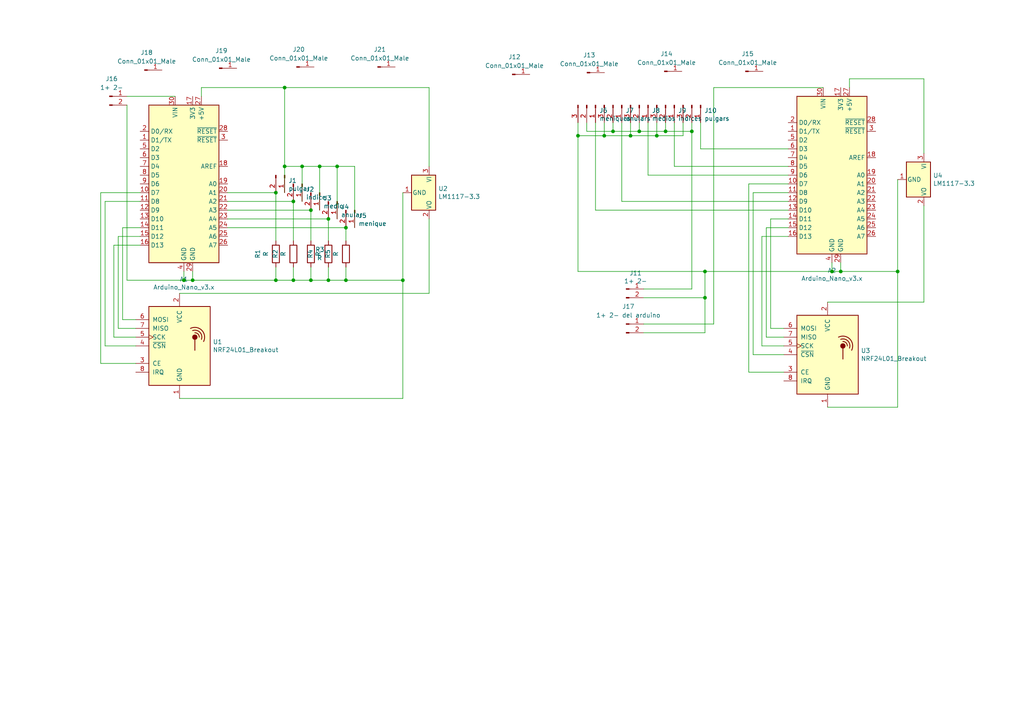
<source format=kicad_sch>
(kicad_sch (version 20211123) (generator eeschema)
  (paper "A4")
  (lib_symbols
    (symbol "Connector:Conn_01x01_Male" (pin_names (offset 1.016) hide)
      (property "Reference" "J" (at 0 2.54 0))
      (property "Value" "Conn_01x01_Male" (at 0 -2.54 0))
      (symbol "Conn_01x01_Male_1_1"
        (polyline (pts (xy 1.27 0) (xy 0.8636 0)) (stroke (width 0.1524)))
        (rectangle (start 0.8636 0.127) (end 0 -0.127) (stroke (width 0.1524)) (fill (type outline)))
        (pin passive line (at 5.08 0 180) (length 3.81) (name "Pin_1") (number "1"))
      )
    )
    (symbol "Connector:Conn_01x02_Male" (pin_names (offset 1.016) hide)
      (property "Reference" "J" (at 0 2.54 0))
      (property "Value" "Conn_01x02_Male" (at 0 -5.08 0))
      (symbol "Conn_01x02_Male_1_1"
        (polyline (pts (xy 1.27 -2.54) (xy 0.8636 -2.54)) (stroke (width 0.1524)))
        (polyline (pts (xy 1.27 0) (xy 0.8636 0)) (stroke (width 0.1524)))
        (rectangle (start 0.8636 -2.413) (end 0 -2.667) (stroke (width 0.1524)) (fill (type outline)))
        (rectangle (start 0.8636 0.127) (end 0 -0.127) (stroke (width 0.1524)) (fill (type outline)))
        (pin passive line (at 5.08 0 180) (length 3.81) (name "Pin_1") (number "1"))
        (pin passive line (at 5.08 -2.54 180) (length 3.81) (name "Pin_2") (number "2"))
      )
    )
    (symbol "Connector:Conn_01x03_Male" (pin_names (offset 1.016) hide)
      (property "Reference" "J" (at 0 5.08 0))
      (property "Value" "Conn_01x03_Male" (at 0 -5.08 0))
      (symbol "Conn_01x03_Male_1_1"
        (polyline (pts (xy 1.27 -2.54) (xy 0.8636 -2.54)) (stroke (width 0.1524)))
        (polyline (pts (xy 1.27 0) (xy 0.8636 0)) (stroke (width 0.1524)))
        (polyline (pts (xy 1.27 2.54) (xy 0.8636 2.54)) (stroke (width 0.1524)))
        (rectangle (start 0.8636 -2.413) (end 0 -2.667) (stroke (width 0.1524)) (fill (type outline)))
        (rectangle (start 0.8636 0.127) (end 0 -0.127) (stroke (width 0.1524)) (fill (type outline)))
        (rectangle (start 0.8636 2.667) (end 0 2.413) (stroke (width 0.1524)) (fill (type outline)))
        (pin passive line (at 5.08 2.54 180) (length 3.81) (name "Pin_1") (number "1"))
        (pin passive line (at 5.08 0 180) (length 3.81) (name "Pin_2") (number "2"))
        (pin passive line (at 5.08 -2.54 180) (length 3.81) (name "Pin_3") (number "3"))
      )
    )
    (symbol "Device:R" (pin_numbers hide) (pin_names (offset 0))
      (property "Reference" "R" (at 2.032 0 90))
      (property "Value" "R" (at 0 0 90))
      (symbol "R_0_1"
        (rectangle (start -1.016 -2.54) (end 1.016 2.54) (stroke (width 0.254)))
      )
      (symbol "R_1_1"
        (pin passive line (at 0 3.81 270) (length 1.27) (name "~") (number "1"))
        (pin passive line (at 0 -3.81 90) (length 1.27) (name "~") (number "2"))
      )
    )
    (symbol "MCU_Module:Arduino_Nano_v3.x"
      (property "Reference" "A" (at -10.16 23.495 0))
      (property "Value" "Arduino_Nano_v3.x" (at 5.08 -24.13 0))
      (symbol "Arduino_Nano_v3.x_0_1"
        (rectangle (start -10.16 22.86) (end 10.16 -22.86) (stroke (width 0.254)) (fill (type background)))
      )
      (symbol "Arduino_Nano_v3.x_1_1"
        (pin bidirectional line (at -12.7 12.7 0) (length 2.54) (name "D1/TX") (number "1"))
        (pin bidirectional line (at -12.7 -2.54 0) (length 2.54) (name "D7") (number "10"))
        (pin bidirectional line (at -12.7 -5.08 0) (length 2.54) (name "D8") (number "11"))
        (pin bidirectional line (at -12.7 -7.62 0) (length 2.54) (name "D9") (number "12"))
        (pin bidirectional line (at -12.7 -10.16 0) (length 2.54) (name "D10") (number "13"))
        (pin bidirectional line (at -12.7 -12.7 0) (length 2.54) (name "D11") (number "14"))
        (pin bidirectional line (at -12.7 -15.24 0) (length 2.54) (name "D12") (number "15"))
        (pin bidirectional line (at -12.7 -17.78 0) (length 2.54) (name "D13") (number "16"))
        (pin power_out line (at 2.54 25.4 270) (length 2.54) (name "3V3") (number "17"))
        (pin input line (at 12.7 5.08 180) (length 2.54) (name "AREF") (number "18"))
        (pin bidirectional line (at 12.7 0 180) (length 2.54) (name "A0") (number "19"))
        (pin bidirectional line (at -12.7 15.24 0) (length 2.54) (name "D0/RX") (number "2"))
        (pin bidirectional line (at 12.7 -2.54 180) (length 2.54) (name "A1") (number "20"))
        (pin bidirectional line (at 12.7 -5.08 180) (length 2.54) (name "A2") (number "21"))
        (pin bidirectional line (at 12.7 -7.62 180) (length 2.54) (name "A3") (number "22"))
        (pin bidirectional line (at 12.7 -10.16 180) (length 2.54) (name "A4") (number "23"))
        (pin bidirectional line (at 12.7 -12.7 180) (length 2.54) (name "A5") (number "24"))
        (pin bidirectional line (at 12.7 -15.24 180) (length 2.54) (name "A6") (number "25"))
        (pin bidirectional line (at 12.7 -17.78 180) (length 2.54) (name "A7") (number "26"))
        (pin power_out line (at 5.08 25.4 270) (length 2.54) (name "+5V") (number "27"))
        (pin input line (at 12.7 15.24 180) (length 2.54) (name "~{RESET}") (number "28"))
        (pin power_in line (at 2.54 -25.4 90) (length 2.54) (name "GND") (number "29"))
        (pin input line (at 12.7 12.7 180) (length 2.54) (name "~{RESET}") (number "3"))
        (pin power_in line (at -2.54 25.4 270) (length 2.54) (name "VIN") (number "30"))
        (pin power_in line (at 0 -25.4 90) (length 2.54) (name "GND") (number "4"))
        (pin bidirectional line (at -12.7 10.16 0) (length 2.54) (name "D2") (number "5"))
        (pin bidirectional line (at -12.7 7.62 0) (length 2.54) (name "D3") (number "6"))
        (pin bidirectional line (at -12.7 5.08 0) (length 2.54) (name "D4") (number "7"))
        (pin bidirectional line (at -12.7 2.54 0) (length 2.54) (name "D5") (number "8"))
        (pin bidirectional line (at -12.7 0 0) (length 2.54) (name "D6") (number "9"))
      )
    )
    (symbol "RF:NRF24L01_Breakout" (pin_names (offset 1.016))
      (property "Reference" "U" (at -8.89 12.7 0))
      (property "Value" "NRF24L01_Breakout" (at 3.81 12.7 0))
      (symbol "NRF24L01_Breakout_0_1"
        (rectangle (start -8.89 11.43) (end 8.89 -11.43) (stroke (width 0.254)) (fill (type background)))
        (polyline (pts (xy 4.445 1.905) (xy 4.445 -1.27)) (stroke (width 0.254)))
        (circle (center 4.445 2.54) (radius 0.635) (stroke (width 0.254)) (fill (type outline)))
        (arc (start 5.715 2.54) (mid 5.3559 3.4509) (end 4.445 3.81) (stroke (width 0.254)))
        (arc (start 6.35 1.905) (mid 5.8833 3.9783) (end 3.81 4.445) (stroke (width 0.254)))
        (arc (start 6.985 1.27) (mid 6.453 4.548) (end 3.175 5.08) (stroke (width 0.254)))
      )
      (symbol "NRF24L01_Breakout_1_1"
        (pin power_in line (at 0 -15.24 90) (length 3.81) (name "GND") (number "1"))
        (pin power_in line (at 0 15.24 270) (length 3.81) (name "VCC") (number "2"))
        (pin input line (at -12.7 -5.08 0) (length 3.81) (name "CE") (number "3"))
        (pin input line (at -12.7 0 0) (length 3.81) (name "~{CSN}") (number "4"))
        (pin input clock (at -12.7 2.54 0) (length 3.81) (name "SCK") (number "5"))
        (pin input line (at -12.7 7.62 0) (length 3.81) (name "MOSI") (number "6"))
        (pin output line (at -12.7 5.08 0) (length 3.81) (name "MISO") (number "7"))
        (pin output line (at -12.7 -7.62 0) (length 3.81) (name "IRQ") (number "8"))
      )
    )
    (symbol "Regulator_Linear:LM1117-3.3" (pin_names (offset 0.254))
      (property "Reference" "U" (at -3.81 3.175 0))
      (property "Value" "LM1117-3.3" (at 0 3.175 0))
      (symbol "LM1117-3.3_0_1"
        (rectangle (start -5.08 -5.08) (end 5.08 1.905) (stroke (width 0.254)) (fill (type background)))
      )
      (symbol "LM1117-3.3_1_1"
        (pin power_in line (at 0 -7.62 90) (length 2.54) (name "GND") (number "1"))
        (pin power_out line (at 7.62 0 180) (length 2.54) (name "VO") (number "2"))
        (pin power_in line (at -7.62 0 0) (length 2.54) (name "VI") (number "3"))
      )
    )
  )
  (junction (at 167.64 39.37))
  (junction (at 95.25 63.5))
  (junction (at 80.01 55.88))
  (junction (at 55.88 81.28))
  (junction (at 100.33 66.04))
  (junction (at 53.34 81.28))
  (junction (at 200.66 38.1))
  (junction (at 177.8 38.1))
  (junction (at 116.84 81.28))
  (junction (at 90.17 81.28))
  (junction (at 204.47 86.36))
  (junction (at 85.09 81.28))
  (junction (at 97.79 48.26))
  (junction (at 175.26 39.37))
  (junction (at 185.42 38.1))
  (junction (at 87.63 48.26))
  (junction (at 82.55 25.4))
  (junction (at 241.3 78.74))
  (junction (at 80.01 81.28))
  (junction (at 85.09 58.42))
  (junction (at 190.5 39.37))
  (junction (at 90.17 60.96))
  (junction (at 204.47 78.74))
  (junction (at 182.88 39.37))
  (junction (at 100.33 81.28))
  (junction (at 193.04 38.1))
  (junction (at 82.55 48.26))
  (junction (at 243.84 78.74))
  (junction (at 260.35 78.74))
  (junction (at 95.25 81.28))
  (junction (at 92.71 48.26))
  (wire (pts (xy 223.52 95.25) (xy 223.52 63.5)))
  (wire (pts (xy 175.26 39.37) (xy 175.26 35.56)))
  (wire (pts (xy 29.21 55.88) (xy 29.21 105.41)))
  (wire (pts (xy 170.18 38.1) (xy 170.18 35.56)))
  (wire (pts (xy 217.17 53.34) (xy 228.6 53.34)))
  (wire (pts (xy 186.69 83.82) (xy 200.66 83.82)))
  (wire (pts (xy 30.48 58.42) (xy 40.64 58.42)))
  (wire (pts (xy 97.79 63.5) (xy 97.79 48.26)))
  (wire (pts (xy 36.83 27.94) (xy 50.8 27.94)))
  (wire (pts (xy 243.84 78.74) (xy 260.35 78.74)))
  (wire (pts (xy 124.46 25.4) (xy 82.55 25.4)))
  (wire (pts (xy 187.96 35.56) (xy 187.96 50.8)))
  (wire (pts (xy 182.88 39.37) (xy 182.88 35.56)))
  (wire (pts (xy 53.34 78.74) (xy 53.34 81.28)))
  (wire (pts (xy 82.55 25.4) (xy 82.55 48.26)))
  (wire (pts (xy 223.52 63.5) (xy 228.6 63.5)))
  (wire (pts (xy 52.07 115.57) (xy 116.84 115.57)))
  (wire (pts (xy 35.56 92.71) (xy 35.56 66.04)))
  (wire (pts (xy 36.83 30.48) (xy 36.83 81.28)))
  (wire (pts (xy 240.03 87.63) (xy 267.97 87.63)))
  (wire (pts (xy 33.02 97.79) (xy 33.02 71.12)))
  (wire (pts (xy 85.09 58.42) (xy 66.04 58.42)))
  (wire (pts (xy 58.42 25.4) (xy 82.55 25.4)))
  (wire (pts (xy 90.17 77.47) (xy 90.17 81.28)))
  (wire (pts (xy 267.97 44.45) (xy 267.97 22.86)))
  (wire (pts (xy 102.87 66.04) (xy 102.87 48.26)))
  (wire (pts (xy 90.17 69.85) (xy 90.17 60.96)))
  (wire (pts (xy 260.35 52.07) (xy 260.35 78.74)))
  (wire (pts (xy 87.63 48.26) (xy 82.55 48.26)))
  (wire (pts (xy 227.33 107.95) (xy 217.17 107.95)))
  (wire (pts (xy 182.88 39.37) (xy 175.26 39.37)))
  (wire (pts (xy 82.55 48.26) (xy 82.55 55.88)))
  (wire (pts (xy 177.8 38.1) (xy 170.18 38.1)))
  (wire (pts (xy 55.88 81.28) (xy 53.34 81.28)))
  (wire (pts (xy 238.76 25.4) (xy 207.01 25.4)))
  (wire (pts (xy 218.44 102.87) (xy 218.44 55.88)))
  (wire (pts (xy 92.71 48.26) (xy 87.63 48.26)))
  (wire (pts (xy 124.46 85.09) (xy 124.46 63.5)))
  (wire (pts (xy 39.37 92.71) (xy 35.56 92.71)))
  (wire (pts (xy 198.12 39.37) (xy 190.5 39.37)))
  (wire (pts (xy 227.33 100.33) (xy 220.98 100.33)))
  (wire (pts (xy 204.47 86.36) (xy 204.47 78.74)))
  (wire (pts (xy 220.98 68.58) (xy 228.6 68.58)))
  (wire (pts (xy 195.58 48.26) (xy 228.6 48.26)))
  (wire (pts (xy 95.25 63.5) (xy 66.04 63.5)))
  (wire (pts (xy 39.37 100.33) (xy 30.48 100.33)))
  (wire (pts (xy 186.69 86.36) (xy 204.47 86.36)))
  (wire (pts (xy 58.42 27.94) (xy 58.42 25.4)))
  (wire (pts (xy 200.66 35.56) (xy 200.66 38.1)))
  (wire (pts (xy 95.25 77.47) (xy 95.25 81.28)))
  (wire (pts (xy 100.33 81.28) (xy 116.84 81.28)))
  (wire (pts (xy 39.37 95.25) (xy 34.29 95.25)))
  (wire (pts (xy 185.42 38.1) (xy 185.42 35.56)))
  (wire (pts (xy 80.01 81.28) (xy 85.09 81.28)))
  (wire (pts (xy 243.84 76.2) (xy 243.84 78.74)))
  (wire (pts (xy 207.01 93.98) (xy 186.69 93.98)))
  (wire (pts (xy 204.47 96.52) (xy 204.47 86.36)))
  (wire (pts (xy 185.42 38.1) (xy 177.8 38.1)))
  (wire (pts (xy 97.79 48.26) (xy 92.71 48.26)))
  (wire (pts (xy 90.17 60.96) (xy 66.04 60.96)))
  (wire (pts (xy 187.96 50.8) (xy 228.6 50.8)))
  (wire (pts (xy 228.6 60.96) (xy 172.72 60.96)))
  (wire (pts (xy 80.01 69.85) (xy 80.01 55.88)))
  (wire (pts (xy 175.26 39.37) (xy 167.64 39.37)))
  (wire (pts (xy 241.3 78.74) (xy 243.84 78.74)))
  (wire (pts (xy 217.17 107.95) (xy 217.17 53.34)))
  (wire (pts (xy 35.56 66.04) (xy 40.64 66.04)))
  (wire (pts (xy 200.66 38.1) (xy 200.66 83.82)))
  (wire (pts (xy 52.07 85.09) (xy 124.46 85.09)))
  (wire (pts (xy 190.5 39.37) (xy 182.88 39.37)))
  (wire (pts (xy 36.83 81.28) (xy 53.34 81.28)))
  (wire (pts (xy 167.64 39.37) (xy 167.64 35.56)))
  (wire (pts (xy 30.48 100.33) (xy 30.48 58.42)))
  (wire (pts (xy 246.38 25.4) (xy 246.38 22.86)))
  (wire (pts (xy 246.38 22.86) (xy 267.97 22.86)))
  (wire (pts (xy 193.04 38.1) (xy 185.42 38.1)))
  (wire (pts (xy 85.09 58.42) (xy 85.09 69.85)))
  (wire (pts (xy 167.64 78.74) (xy 204.47 78.74)))
  (wire (pts (xy 222.25 66.04) (xy 228.6 66.04)))
  (wire (pts (xy 227.33 97.79) (xy 222.25 97.79)))
  (wire (pts (xy 193.04 38.1) (xy 193.04 35.56)))
  (wire (pts (xy 100.33 69.85) (xy 100.33 66.04)))
  (wire (pts (xy 204.47 78.74) (xy 241.3 78.74)))
  (wire (pts (xy 55.88 81.28) (xy 80.01 81.28)))
  (wire (pts (xy 95.25 63.5) (xy 95.25 69.85)))
  (wire (pts (xy 186.69 96.52) (xy 204.47 96.52)))
  (wire (pts (xy 167.64 39.37) (xy 167.64 78.74)))
  (wire (pts (xy 90.17 81.28) (xy 95.25 81.28)))
  (wire (pts (xy 124.46 25.4) (xy 124.46 48.26)))
  (wire (pts (xy 203.2 43.18) (xy 228.6 43.18)))
  (wire (pts (xy 34.29 95.25) (xy 34.29 68.58)))
  (wire (pts (xy 34.29 68.58) (xy 40.64 68.58)))
  (wire (pts (xy 195.58 35.56) (xy 195.58 48.26)))
  (wire (pts (xy 220.98 100.33) (xy 220.98 68.58)))
  (wire (pts (xy 200.66 38.1) (xy 193.04 38.1)))
  (wire (pts (xy 260.35 78.74) (xy 260.35 118.11)))
  (wire (pts (xy 95.25 81.28) (xy 100.33 81.28)))
  (wire (pts (xy 116.84 81.28) (xy 116.84 115.57)))
  (wire (pts (xy 241.3 76.2) (xy 241.3 78.74)))
  (wire (pts (xy 222.25 97.79) (xy 222.25 66.04)))
  (wire (pts (xy 92.71 60.96) (xy 92.71 48.26)))
  (wire (pts (xy 80.01 77.47) (xy 80.01 81.28)))
  (wire (pts (xy 190.5 39.37) (xy 190.5 35.56)))
  (wire (pts (xy 218.44 55.88) (xy 228.6 55.88)))
  (wire (pts (xy 80.01 55.88) (xy 66.04 55.88)))
  (wire (pts (xy 55.88 78.74) (xy 55.88 81.28)))
  (wire (pts (xy 39.37 97.79) (xy 33.02 97.79)))
  (wire (pts (xy 260.35 118.11) (xy 240.03 118.11)))
  (wire (pts (xy 85.09 81.28) (xy 85.09 77.47)))
  (wire (pts (xy 180.34 35.56) (xy 180.34 58.42)))
  (wire (pts (xy 29.21 55.88) (xy 40.64 55.88)))
  (wire (pts (xy 177.8 38.1) (xy 177.8 35.56)))
  (wire (pts (xy 267.97 59.69) (xy 267.97 87.63)))
  (wire (pts (xy 39.37 105.41) (xy 29.21 105.41)))
  (wire (pts (xy 180.34 58.42) (xy 228.6 58.42)))
  (wire (pts (xy 87.63 58.42) (xy 87.63 48.26)))
  (wire (pts (xy 172.72 60.96) (xy 172.72 35.56)))
  (wire (pts (xy 100.33 81.28) (xy 100.33 77.47)))
  (wire (pts (xy 85.09 81.28) (xy 90.17 81.28)))
  (wire (pts (xy 207.01 25.4) (xy 207.01 93.98)))
  (wire (pts (xy 100.33 66.04) (xy 66.04 66.04)))
  (wire (pts (xy 198.12 35.56) (xy 198.12 39.37)))
  (wire (pts (xy 227.33 95.25) (xy 223.52 95.25)))
  (wire (pts (xy 102.87 48.26) (xy 97.79 48.26)))
  (wire (pts (xy 116.84 55.88) (xy 116.84 81.28)))
  (wire (pts (xy 227.33 102.87) (xy 218.44 102.87)))
  (wire (pts (xy 33.02 71.12) (xy 40.64 71.12)))
  (wire (pts (xy 203.2 35.56) (xy 203.2 43.18)))
  (symbol (lib_id "Device:R") (at 85.09 73.66 0) (unit 1)
    (property "Reference" "R2" (at 79.8322 73.66 90))
    (property "Value" "R" (at 82.1436 73.66 90))
    (property "Footprint" "Resistor_THT:R_Axial_DIN0204_L3.6mm_D1.6mm_P7.62mm_Horizontal" (effects hide))
  )
  (symbol (lib_id "Device:R") (at 100.33 73.66 0) (unit 1)
    (property "Reference" "R5" (at 95.0722 73.66 90))
    (property "Value" "R" (at 97.3836 73.66 90))
    (property "Footprint" "Resistor_THT:R_Axial_DIN0204_L3.6mm_D1.6mm_P7.62mm_Horizontal" (effects hide))
  )
  (symbol (lib_id "Device:R") (at 95.25 73.66 0) (unit 1)
    (property "Reference" "R4" (at 89.9922 73.66 90))
    (property "Value" "R" (at 92.3036 73.66 90))
    (property "Footprint" "Resistor_THT:R_Axial_DIN0204_L3.6mm_D1.6mm_P7.62mm_Horizontal" (effects hide))
  )
  (symbol (lib_id "Device:R") (at 90.17 73.66 0) (unit 1)
    (property "Reference" "R3" (at 91.44 72.39 0) (effects (justify left)))
    (property "Value" "R" (at 91.948 74.803 0) (effects (justify left)))
    (property "Footprint" "Resistor_THT:R_Axial_DIN0204_L3.6mm_D1.6mm_P7.62mm_Horizontal" (effects hide))
  )
  (symbol (lib_id "Device:R") (at 80.01 73.66 0) (unit 1)
    (property "Reference" "R1" (at 74.7522 73.66 90))
    (property "Value" "R" (at 77.0636 73.66 90))
    (property "Footprint" "Resistor_THT:R_Axial_DIN0204_L3.6mm_D1.6mm_P7.62mm_Horizontal" (effects hide))
  )
  (symbol (lib_id "MCU_Module:Arduino_Nano_v3.x") (at 53.34 53.34 0) (unit 1)
    (property "Reference" "A1" (at 53.34 81.0006 0))
    (property "Value" "Arduino_Nano_v3.x" (at 53.34 83.312 0))
    (property "Footprint" "Module:Arduino_Nano" (effects hide))
    (property "Datasheet" "http://www.mouser.com/pdfdocs/Gravitech_Arduino_Nano3_0.pdf" (effects hide))
  )
  (symbol (lib_id "Connector:Conn_01x02_Male") (at 82.55 50.8 270) (unit 1)
    (property "Reference" "J1" (at 83.6676 52.3748 90) (effects (justify left)))
    (property "Value" "pulgar" (at 83.6676 54.6862 90) (effects (justify left)))
    (property "Footprint" "Package_TO_SOT_THT:TO-126-2_Vertical" (effects hide))
  )
  (symbol (lib_id "Connector:Conn_01x02_Male") (at 87.63 53.34 270) (unit 1)
    (property "Reference" "J2" (at 88.7476 54.9148 90) (effects (justify left)))
    (property "Value" "indice" (at 88.7476 57.2262 90) (effects (justify left)))
    (property "Footprint" "Package_TO_SOT_THT:TO-126-2_Vertical" (effects hide))
  )
  (symbol (lib_id "Connector:Conn_01x02_Male") (at 92.71 55.88 270) (unit 1)
    (property "Reference" "J3" (at 93.8276 57.4548 90) (effects (justify left)))
    (property "Value" "medio" (at 93.8276 59.7662 90) (effects (justify left)))
    (property "Footprint" "Package_TO_SOT_THT:TO-126-2_Vertical" (effects hide))
  )
  (symbol (lib_id "Connector:Conn_01x02_Male") (at 97.79 58.42 270) (unit 1)
    (property "Reference" "J4" (at 98.9076 59.9948 90) (effects (justify left)))
    (property "Value" "anular" (at 98.9076 62.3062 90) (effects (justify left)))
    (property "Footprint" "Package_TO_SOT_THT:TO-126-2_Vertical" (effects hide))
  )
  (symbol (lib_id "Connector:Conn_01x02_Male") (at 102.87 60.96 270) (unit 1)
    (property "Reference" "J5" (at 103.9876 62.5348 90) (effects (justify left)))
    (property "Value" "menique" (at 103.9876 64.8462 90) (effects (justify left)))
    (property "Footprint" "Package_TO_SOT_THT:TO-126-2_Vertical" (effects hide))
  )
  (symbol (lib_id "Regulator_Linear:LM1117-3.3") (at 124.46 55.88 270) (unit 1)
    (property "Reference" "U2" (at 127.127 54.7116 90) (effects (justify left)))
    (property "Value" "LM1117-3.3" (at 127.127 57.023 90) (effects (justify left)))
    (property "Footprint" "TerminalBlock_TE-Connectivity:TerminalBlock_TE_282834-3_1x03_P2.54mm_Horizontal" (effects hide))
    (property "Datasheet" "http://www.ti.com/lit/ds/symlink/lm1117.pdf" (effects hide))
  )
  (symbol (lib_id "RF:NRF24L01_Breakout") (at 52.07 100.33 0) (unit 1)
    (property "Reference" "U1" (at 61.722 99.1616 0) (effects (justify left)))
    (property "Value" "NRF24L01_Breakout" (at 61.722 101.473 0) (effects (justify left)))
    (property "Footprint" "RF_Module:nRF24L01_Breakout" (effects hide))
    (property "Datasheet" "http://www.nordicsemi.com/eng/content/download/2730/34105/file/nRF24L01_Product_Specification_v2_0.pdf" (effects hide))
  )
  (symbol (lib_id "RF:NRF24L01_Breakout") (at 240.03 102.87 0) (unit 1)
    (property "Reference" "U3" (at 249.682 101.7016 0) (effects (justify left)))
    (property "Value" "NRF24L01_Breakout" (at 249.682 104.013 0) (effects (justify left)))
    (property "Footprint" "RF_Module:nRF24L01_Breakout" (effects hide))
    (property "Datasheet" "http://www.nordicsemi.com/eng/content/download/2730/34105/file/nRF24L01_Product_Specification_v2_0.pdf" (effects hide))
  )
  (symbol (lib_id "Regulator_Linear:LM1117-3.3") (at 267.97 52.07 270) (unit 1)
    (property "Reference" "U4" (at 270.637 50.9016 90) (effects (justify left)))
    (property "Value" "LM1117-3.3" (at 270.637 53.213 90) (effects (justify left)))
    (property "Footprint" "TerminalBlock_TE-Connectivity:TerminalBlock_TE_282834-3_1x03_P2.54mm_Horizontal" (effects hide))
    (property "Datasheet" "http://www.ti.com/lit/ds/symlink/lm1117.pdf" (effects hide))
  )
  (symbol (lib_id "MCU_Module:Arduino_Nano_v3.x") (at 241.3 50.8 0) (unit 1)
    (property "Reference" "A2" (at 241.3 78.4606 0))
    (property "Value" "Arduino_Nano_v3.x" (at 241.3 80.772 0))
    (property "Footprint" "Module:Arduino_Nano" (effects hide))
    (property "Datasheet" "http://www.mouser.com/pdfdocs/Gravitech_Arduino_Nano3_0.pdf" (effects hide))
  )
  (symbol (lib_id "Connector:Conn_01x03_Male") (at 200.66 30.48 270) (unit 1)
    (property "Reference" "J10" (at 204.3176 32.0548 90) (effects (justify left)))
    (property "Value" "pulgars" (at 204.3176 34.3662 90) (effects (justify left)))
    (property "Footprint" "Connector_PinHeader_2.54mm:PinHeader_1x03_P2.54mm_Vertical" (effects hide))
  )
  (symbol (lib_id "Connector:Conn_01x03_Male") (at 193.04 30.48 270) (unit 1)
    (property "Reference" "J9" (at 196.6976 32.0548 90) (effects (justify left)))
    (property "Value" "indices" (at 196.6976 34.3662 90) (effects (justify left)))
    (property "Footprint" "Connector_PinHeader_2.54mm:PinHeader_1x03_P2.54mm_Vertical" (effects hide))
  )
  (symbol (lib_id "Connector:Conn_01x03_Male") (at 185.42 30.48 270) (unit 1)
    (property "Reference" "J8" (at 189.0776 32.0548 90) (effects (justify left)))
    (property "Value" "medios" (at 189.0776 34.3662 90) (effects (justify left)))
    (property "Footprint" "Connector_PinHeader_2.54mm:PinHeader_1x03_P2.54mm_Vertical" (effects hide))
  )
  (symbol (lib_id "Connector:Conn_01x03_Male") (at 177.8 30.48 270) (unit 1)
    (property "Reference" "J7" (at 181.4576 32.0548 90) (effects (justify left)))
    (property "Value" "anulars" (at 181.4576 34.3662 90) (effects (justify left)))
    (property "Footprint" "Connector_PinHeader_2.54mm:PinHeader_1x03_P2.54mm_Vertical" (effects hide))
  )
  (symbol (lib_id "Connector:Conn_01x03_Male") (at 170.18 30.48 270) (unit 1)
    (property "Reference" "J6" (at 173.8376 32.0548 90) (effects (justify left)))
    (property "Value" "meniques" (at 173.8376 34.3662 90) (effects (justify left)))
    (property "Footprint" "Connector_PinHeader_2.54mm:PinHeader_1x03_P2.54mm_Vertical" (effects hide))
  )
  (symbol (lib_id "Connector:Conn_01x02_Male") (at 181.61 83.82 0) (unit 1)
    (property "Reference" "J11" (at 184.3532 79.2226 0))
    (property "Value" "1+ 2-" (at 184.3532 81.534 0))
    (property "Footprint" "Connector_AMASS:AMASS_XT30U-M_1x02_P5.0mm_Vertical" (effects hide))
  )
  (symbol (lib_id "Connector:Conn_01x01_Male") (at 192.6945 20.697 0) (unit 1)
    (property "Reference" "J14" (at 193.3295 15.617 0))
    (property "Value" "Conn_01x01_Male" (at 193.3295 18.157 0))
    (property "Footprint" "Connector:Banana_Jack_1Pin" (effects hide))
  )
  (symbol (lib_id "Connector:Conn_01x02_Male") (at 31.75 27.94 0) (unit 1)
    (property "Reference" "J16" (at 32.385 22.86 0))
    (property "Value" "1+ 2-" (at 32.385 25.4 0))
    (property "Footprint" "Connector_AMASS:AMASS_XT30U-M_1x02_P5.0mm_Vertical" (effects hide))
  )
  (symbol (lib_id "Connector:Conn_01x01_Male") (at 41.91 20.32 0) (unit 1)
    (property "Reference" "J18" (at 42.545 15.24 0))
    (property "Value" "Conn_01x01_Male" (at 42.545 17.78 0))
    (property "Footprint" "Connector:Banana_Jack_1Pin" (effects hide))
  )
  (symbol (lib_id "Connector:Conn_01x01_Male") (at 148.59 21.59 0) (unit 1)
    (property "Reference" "J12" (at 149.225 16.51 0))
    (property "Value" "Conn_01x01_Male" (at 149.225 19.05 0))
    (property "Footprint" "Connector:Banana_Jack_1Pin" (effects hide))
  )
  (symbol (lib_id "Connector:Conn_01x01_Male") (at 86.0145 19.427 0) (unit 1)
    (property "Reference" "J20" (at 86.6495 14.347 0))
    (property "Value" "Conn_01x01_Male" (at 86.6495 16.887 0))
    (property "Footprint" "Connector:Banana_Jack_1Pin" (effects hide))
  )
  (symbol (lib_id "Connector:Conn_01x01_Male") (at 216.2193 20.697 0) (unit 1)
    (property "Reference" "J15" (at 216.8543 15.617 0))
    (property "Value" "Conn_01x01_Male" (at 216.8543 18.157 0))
    (property "Footprint" "Connector:Banana_Jack_1Pin" (effects hide))
  )
  (symbol (lib_id "Connector:Conn_01x01_Male") (at 109.5393 19.427 0) (unit 1)
    (property "Reference" "J21" (at 110.1743 14.347 0))
    (property "Value" "Conn_01x01_Male" (at 110.1743 16.887 0))
    (property "Footprint" "Connector:Banana_Jack_1Pin" (effects hide))
  )
  (symbol (lib_id "Connector:Conn_01x02_Male") (at 181.61 93.98 0) (unit 1)
    (property "Reference" "J17" (at 182.245 88.9 0))
    (property "Value" "1+ 2- del arduino" (at 182.245 91.44 0))
    (property "Footprint" "Connector_AMASS:AMASS_XT30U-M_1x02_P5.0mm_Vertical" (effects hide))
  )
  (symbol (lib_id "Connector:Conn_01x01_Male") (at 63.5839 19.7918 0) (unit 1)
    (property "Reference" "J19" (at 64.2189 14.7118 0))
    (property "Value" "Conn_01x01_Male" (at 64.2189 17.2518 0))
    (property "Footprint" "Connector:Banana_Jack_1Pin" (effects hide))
  )
  (symbol (lib_id "Connector:Conn_01x01_Male") (at 170.2639 21.0618 0) (unit 1)
    (property "Reference" "J13" (at 170.8989 15.9818 0))
    (property "Value" "Conn_01x01_Male" (at 170.8989 18.5218 0))
    (property "Footprint" "Connector:Banana_Jack_1Pin" (effects hide))
  )
)
</source>
